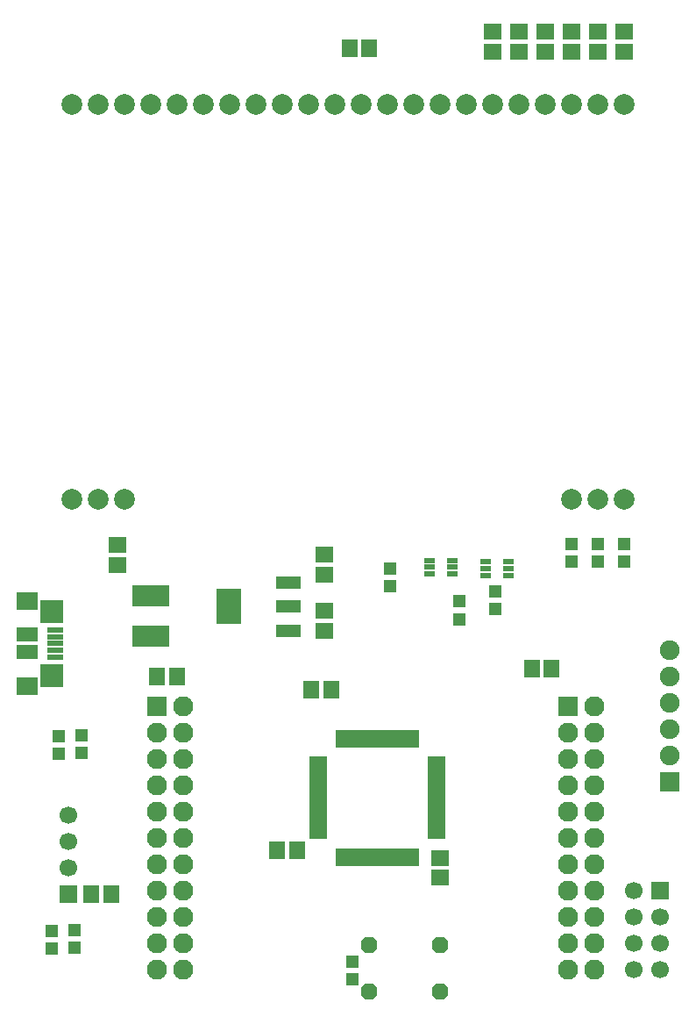
<source format=gts>
G04 DipTrace 3.3.1.3*
G04 ViktorJager_MessageDisplay.GTS*
%MOMM*%
G04 #@! TF.FileFunction,Soldermask,Top*
G04 #@! TF.Part,Single*
%AMOUTLINE1*
4,1,8,
0.7929,0.32842,
0.7929,-0.32842,
0.32842,-0.7929,
-0.32842,-0.7929,
-0.7929,-0.32842,
-0.7929,0.32842,
-0.32842,0.7929,
0.32842,0.7929,
0.7929,0.32842,
0*%
%AMOUTLINE4*
4,1,8,
-0.7929,-0.32842,
-0.7929,0.32842,
-0.32842,0.7929,
0.32842,0.7929,
0.7929,0.32842,
0.7929,-0.32842,
0.32842,-0.7929,
-0.32842,-0.7929,
-0.7929,-0.32842,
0*%
%ADD42R,1.7X1.7*%
%ADD43C,1.7*%
%ADD55C,2.0*%
%ADD57C,1.9*%
%ADD58R,1.9X1.9*%
%ADD59R,0.5X1.8*%
%ADD61R,1.8X0.5*%
%ADD63R,1.1X0.6*%
%ADD65R,2.1X1.4*%
%ADD67R,2.1X1.8*%
%ADD69R,2.2X2.3*%
%ADD71R,1.55X0.6*%
%ADD73R,2.35X3.45*%
%ADD75R,2.35X1.15*%
%ADD77C,1.95*%
%ADD79R,1.95X1.95*%
%ADD81R,3.6X2.1*%
%ADD85R,1.2X1.3*%
%ADD87R,1.5X1.7*%
%ADD89R,1.7X1.5*%
%ADD96OUTLINE1*%
%ADD99OUTLINE4*%
%FSLAX35Y35*%
G04*
G71*
G90*
G75*
G01*
G04 TopMask*
%LPD*%
D96*
X4127500Y142877D3*
Y592877D3*
D99*
X3447500D3*
Y142877D3*
D89*
X3016250Y4164000D3*
Y4354000D3*
Y3814250D3*
Y3624250D3*
D87*
X2746373Y1508127D3*
X2556373D3*
X2889250Y3052750D3*
X3079250D3*
X5016500Y3254377D3*
X5206500D3*
D89*
X4127500Y1428750D3*
Y1238750D3*
D85*
X3286127Y428627D3*
Y258627D3*
D87*
X762000Y1079500D3*
X952000D3*
X3444873Y9239250D3*
X3254873D3*
D89*
X4635500Y9212250D3*
Y9402250D3*
X4889500Y9212250D3*
Y9402250D3*
X5143500Y9212250D3*
Y9402250D3*
X5397500Y9212250D3*
Y9402250D3*
X5651500Y9212250D3*
Y9402250D3*
X5905500Y9212250D3*
Y9402250D3*
X1016000Y4449750D3*
Y4259750D3*
D87*
X1397500Y3179750D3*
X1587500D3*
D43*
X6000750Y1116000D3*
Y862000D3*
Y608000D3*
Y354000D3*
X6254750D3*
Y608000D3*
Y862000D3*
D42*
Y1116000D3*
D81*
X1333500Y3571877D3*
Y3961877D3*
D79*
X1397000Y2894000D3*
D77*
Y2640000D3*
Y2386000D3*
Y2132000D3*
Y1878000D3*
Y1624000D3*
Y1370000D3*
Y1116000D3*
Y862000D3*
Y608000D3*
Y354000D3*
X1651000D3*
Y608000D3*
Y862000D3*
Y1116000D3*
Y1370000D3*
Y1624000D3*
Y1878000D3*
Y2132000D3*
Y2386000D3*
Y2640000D3*
Y2894000D3*
D79*
X5365750D3*
D77*
Y2640000D3*
Y2386000D3*
Y2132000D3*
Y1878000D3*
Y1624000D3*
Y1370000D3*
Y1116000D3*
Y862000D3*
Y608000D3*
Y354000D3*
X5619750D3*
Y608000D3*
Y862000D3*
Y1116000D3*
Y1370000D3*
Y1624000D3*
Y1878000D3*
Y2132000D3*
Y2386000D3*
Y2640000D3*
Y2894000D3*
D42*
X539750Y1084250D3*
D43*
Y1338250D3*
Y1592250D3*
Y1846250D3*
D85*
X666750Y2444750D3*
Y2614750D3*
D75*
X2667000Y3624250D3*
Y3854250D3*
Y4084250D3*
D73*
X2087000Y3854250D3*
D71*
X412750Y3370250D3*
Y3435250D3*
Y3500250D3*
Y3565250D3*
Y3630250D3*
D69*
X380250Y3190250D3*
Y3810250D3*
D67*
X145250Y3090250D3*
Y3910250D3*
D65*
Y3415250D3*
Y3585250D3*
D63*
X4032250Y4302123D3*
Y4237123D3*
Y4172123D3*
X4252250D3*
Y4237123D3*
Y4302123D3*
X4572000Y4286250D3*
Y4221250D3*
Y4156250D3*
X4792000D3*
Y4221250D3*
Y4286250D3*
D85*
X444500Y2608250D3*
Y2438250D3*
X4318000Y3905250D3*
Y3735250D3*
X4667250Y4000500D3*
Y3830500D3*
X3651250Y4222750D3*
Y4052750D3*
X381000Y555627D3*
Y725627D3*
X603250Y735000D3*
Y565000D3*
X5397500Y4291000D3*
Y4461000D3*
X5651500Y4291000D3*
Y4461000D3*
X5905500Y4291000D3*
Y4461000D3*
D61*
X2952750Y2386000D3*
Y2336000D3*
Y2286000D3*
Y2236000D3*
Y2186000D3*
Y2136000D3*
Y2086000D3*
Y2036000D3*
Y1986000D3*
Y1936000D3*
Y1886000D3*
Y1836000D3*
Y1786000D3*
Y1736000D3*
Y1686000D3*
Y1636000D3*
D59*
X3147750Y1441000D3*
X3197750D3*
X3247750D3*
X3297750D3*
X3347750D3*
X3397750D3*
X3447750D3*
X3497750D3*
X3547750D3*
X3597750D3*
X3647750D3*
X3697750D3*
X3747750D3*
X3797750D3*
X3847750D3*
X3897750D3*
D61*
X4092750Y1636000D3*
Y1686000D3*
Y1736000D3*
Y1786000D3*
Y1836000D3*
Y1886000D3*
Y1936000D3*
Y1986000D3*
Y2036000D3*
Y2086000D3*
Y2136000D3*
Y2186000D3*
Y2236000D3*
Y2286000D3*
Y2336000D3*
Y2386000D3*
D59*
X3897750Y2581000D3*
X3847750D3*
X3797750D3*
X3747750D3*
X3697750D3*
X3647750D3*
X3597750D3*
X3547750D3*
X3497750D3*
X3447750D3*
X3397750D3*
X3347750D3*
X3297750D3*
X3247750D3*
X3197750D3*
X3147750D3*
D58*
X6350000Y2163750D3*
D57*
Y2417750D3*
Y2671750D3*
Y2925750D3*
Y3179750D3*
Y3433750D3*
D55*
X571500Y4894250D3*
X825500D3*
X1079500D3*
X5397500D3*
X5651500D3*
X5905500D3*
Y8704250D3*
X5651500D3*
X5397500D3*
X5143500D3*
X4889500D3*
X4635500D3*
X4381500D3*
X4127500D3*
X3873500D3*
X3619500D3*
X3365500D3*
X3111500D3*
X2857500D3*
X2603500D3*
X2349500D3*
X2095500D3*
X1841500D3*
X1587500D3*
X1333500D3*
X1079500D3*
X825500D3*
X571500D3*
M02*

</source>
